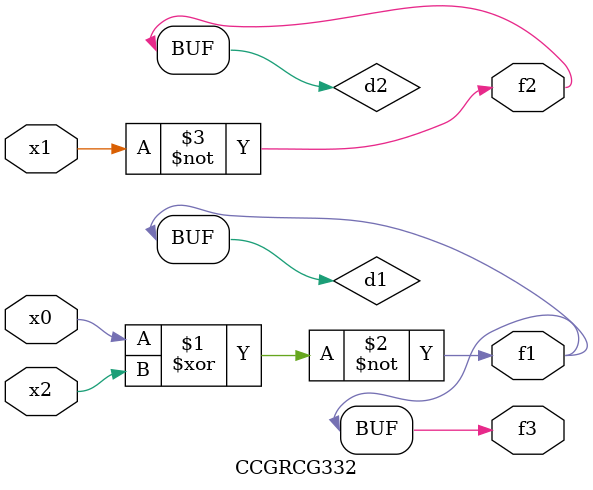
<source format=v>
module CCGRCG332(
	input x0, x1, x2,
	output f1, f2, f3
);

	wire d1, d2, d3;

	xnor (d1, x0, x2);
	nand (d2, x1);
	nor (d3, x1, x2);
	assign f1 = d1;
	assign f2 = d2;
	assign f3 = d1;
endmodule

</source>
